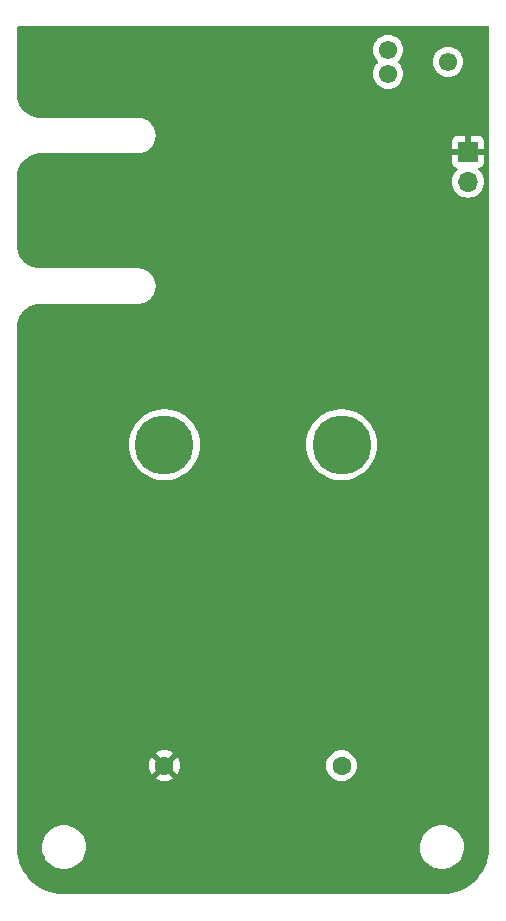
<source format=gbr>
%TF.GenerationSoftware,KiCad,Pcbnew,7.0.6*%
%TF.CreationDate,2023-11-18T03:16:50+01:00*%
%TF.ProjectId,LoRa_Sensor,4c6f5261-5f53-4656-9e73-6f722e6b6963,rev?*%
%TF.SameCoordinates,Original*%
%TF.FileFunction,Copper,L2,Bot*%
%TF.FilePolarity,Positive*%
%FSLAX46Y46*%
G04 Gerber Fmt 4.6, Leading zero omitted, Abs format (unit mm)*
G04 Created by KiCad (PCBNEW 7.0.6) date 2023-11-18 03:16:50*
%MOMM*%
%LPD*%
G01*
G04 APERTURE LIST*
%TA.AperFunction,ComponentPad*%
%ADD10C,1.550000*%
%TD*%
%TA.AperFunction,ComponentPad*%
%ADD11R,1.700000X1.700000*%
%TD*%
%TA.AperFunction,ComponentPad*%
%ADD12O,1.700000X1.700000*%
%TD*%
%TA.AperFunction,ComponentPad*%
%ADD13C,1.600000*%
%TD*%
%TA.AperFunction,ComponentPad*%
%ADD14C,5.000000*%
%TD*%
%TA.AperFunction,ViaPad*%
%ADD15C,0.800000*%
%TD*%
G04 APERTURE END LIST*
D10*
%TO.P,J2,7,7*%
%TO.N,unconnected-(J2-Pad7)*%
X126520000Y-57516000D03*
%TO.P,J2,8,8*%
%TO.N,unconnected-(J2-Pad8)*%
X121440000Y-56500000D03*
%TO.P,J2,9,9*%
%TO.N,unconnected-(J2-Pad9)*%
X121440000Y-58532000D03*
%TD*%
D11*
%TO.P,J1,1,Pin_1*%
%TO.N,GND*%
X128200000Y-65125000D03*
D12*
%TO.P,J1,2,Pin_2*%
%TO.N,+BATT*%
X128200000Y-67665000D03*
%TD*%
D13*
%TO.P,U2,1,+*%
%TO.N,+BATT*%
X117495000Y-117100000D03*
%TO.P,U2,2,-*%
%TO.N,GND*%
X102505000Y-117100000D03*
D14*
%TO.P,U2,3,3*%
%TO.N,unconnected-(U2-Pad3)*%
X102505000Y-89920000D03*
%TO.P,U2,4,4*%
%TO.N,unconnected-(U2-Pad4)*%
X117495000Y-89920000D03*
%TD*%
D15*
%TO.N,GND*%
X94250000Y-73250000D03*
X115000000Y-57000000D03*
X110500000Y-82000000D03*
X114000000Y-57000000D03*
X114000000Y-55000000D03*
X122212500Y-107000000D03*
X116250000Y-70500000D03*
X105750000Y-76000000D03*
X114750000Y-76000000D03*
X105750000Y-64000000D03*
X116000000Y-57000000D03*
X123250000Y-55250000D03*
X116000000Y-56000000D03*
X114000000Y-56000000D03*
X115000000Y-55000000D03*
X115000000Y-56000000D03*
X122212500Y-92000000D03*
X106750000Y-82250000D03*
X104750000Y-76000000D03*
X97500000Y-71250000D03*
X93000000Y-67800000D03*
X112000000Y-82000000D03*
X116000000Y-55000000D03*
X122250000Y-97000000D03*
X122250000Y-102000000D03*
%TD*%
%TA.AperFunction,Conductor*%
%TO.N,GND*%
G36*
X129942539Y-54519685D02*
G01*
X129988294Y-54572489D01*
X129999500Y-54624000D01*
X129999500Y-123998560D01*
X129999434Y-124001424D01*
X129991512Y-124172761D01*
X129981697Y-124372539D01*
X129981177Y-124378065D01*
X129955337Y-124563310D01*
X129927672Y-124749809D01*
X129926696Y-124754908D01*
X129883317Y-124939345D01*
X129838018Y-125120186D01*
X129836662Y-125124825D01*
X129776093Y-125305540D01*
X129713557Y-125480314D01*
X129711899Y-125484470D01*
X129634638Y-125659452D01*
X129555410Y-125826964D01*
X129553527Y-125830627D01*
X129460221Y-125998142D01*
X129365032Y-126156954D01*
X129363002Y-126160118D01*
X129254437Y-126318608D01*
X129144121Y-126467350D01*
X129142021Y-126470025D01*
X129019132Y-126618016D01*
X128894695Y-126755310D01*
X128892596Y-126757514D01*
X128757514Y-126892596D01*
X128755310Y-126894695D01*
X128618016Y-127019132D01*
X128470025Y-127142021D01*
X128467350Y-127144121D01*
X128318608Y-127254437D01*
X128160118Y-127363002D01*
X128156954Y-127365032D01*
X127998142Y-127460221D01*
X127830627Y-127553527D01*
X127826964Y-127555410D01*
X127659452Y-127634638D01*
X127484470Y-127711899D01*
X127480314Y-127713557D01*
X127305540Y-127776093D01*
X127124825Y-127836662D01*
X127120186Y-127838018D01*
X126939345Y-127883317D01*
X126754908Y-127926696D01*
X126749809Y-127927672D01*
X126563310Y-127955337D01*
X126378065Y-127981177D01*
X126372539Y-127981697D01*
X126172761Y-127991512D01*
X126001424Y-127999434D01*
X125998560Y-127999500D01*
X94001440Y-127999500D01*
X93998576Y-127999434D01*
X93827238Y-127991512D01*
X93627459Y-127981697D01*
X93621933Y-127981177D01*
X93436689Y-127955337D01*
X93250189Y-127927672D01*
X93245090Y-127926696D01*
X93060654Y-127883317D01*
X92879812Y-127838018D01*
X92875173Y-127836662D01*
X92694459Y-127776093D01*
X92519685Y-127713558D01*
X92515527Y-127711899D01*
X92340547Y-127634638D01*
X92173034Y-127555410D01*
X92169371Y-127553527D01*
X92001857Y-127460221D01*
X91843044Y-127365032D01*
X91839879Y-127363002D01*
X91730371Y-127287989D01*
X91681392Y-127254437D01*
X91532632Y-127144109D01*
X91529989Y-127142034D01*
X91381980Y-127019129D01*
X91244688Y-126894695D01*
X91242484Y-126892596D01*
X91107402Y-126757514D01*
X91105314Y-126755321D01*
X90980867Y-126618016D01*
X90857957Y-126470001D01*
X90855897Y-126467377D01*
X90745559Y-126318603D01*
X90636995Y-126160118D01*
X90634966Y-126156954D01*
X90539778Y-125998142D01*
X90512261Y-125948740D01*
X90446457Y-125830601D01*
X90444588Y-125826964D01*
X90420852Y-125776779D01*
X90365370Y-125659474D01*
X90288100Y-125484471D01*
X90286450Y-125480339D01*
X90223906Y-125305540D01*
X90163327Y-125124797D01*
X90161989Y-125120221D01*
X90116675Y-124939315D01*
X90111402Y-124916895D01*
X90073294Y-124754871D01*
X90072329Y-124749828D01*
X90044662Y-124563310D01*
X90018819Y-124378048D01*
X90018302Y-124372549D01*
X90008487Y-124172761D01*
X90003633Y-124067763D01*
X92145787Y-124067763D01*
X92175413Y-124337013D01*
X92175415Y-124337024D01*
X92234564Y-124563270D01*
X92243928Y-124599088D01*
X92349870Y-124848390D01*
X92421998Y-124966575D01*
X92490979Y-125079605D01*
X92490986Y-125079615D01*
X92664253Y-125287819D01*
X92664259Y-125287824D01*
X92769240Y-125381887D01*
X92865998Y-125468582D01*
X93091910Y-125618044D01*
X93337176Y-125733020D01*
X93337183Y-125733022D01*
X93337185Y-125733023D01*
X93596557Y-125811057D01*
X93596564Y-125811058D01*
X93596569Y-125811060D01*
X93864561Y-125850500D01*
X93864566Y-125850500D01*
X94067636Y-125850500D01*
X94119133Y-125846730D01*
X94270156Y-125835677D01*
X94382758Y-125810593D01*
X94534546Y-125776782D01*
X94534548Y-125776781D01*
X94534553Y-125776780D01*
X94787558Y-125680014D01*
X95023777Y-125547441D01*
X95238177Y-125381888D01*
X95426186Y-125186881D01*
X95583799Y-124966579D01*
X95692626Y-124754909D01*
X95707649Y-124725690D01*
X95707651Y-124725684D01*
X95707656Y-124725675D01*
X95795118Y-124469305D01*
X95844319Y-124202933D01*
X95849259Y-124067763D01*
X124145787Y-124067763D01*
X124175413Y-124337013D01*
X124175415Y-124337024D01*
X124234564Y-124563270D01*
X124243928Y-124599088D01*
X124349870Y-124848390D01*
X124421998Y-124966575D01*
X124490979Y-125079605D01*
X124490986Y-125079615D01*
X124664253Y-125287819D01*
X124664259Y-125287824D01*
X124769240Y-125381887D01*
X124865998Y-125468582D01*
X125091910Y-125618044D01*
X125337176Y-125733020D01*
X125337183Y-125733022D01*
X125337185Y-125733023D01*
X125596557Y-125811057D01*
X125596564Y-125811058D01*
X125596569Y-125811060D01*
X125864561Y-125850500D01*
X125864566Y-125850500D01*
X126067636Y-125850500D01*
X126119133Y-125846730D01*
X126270156Y-125835677D01*
X126382758Y-125810593D01*
X126534546Y-125776782D01*
X126534548Y-125776781D01*
X126534553Y-125776780D01*
X126787558Y-125680014D01*
X127023777Y-125547441D01*
X127238177Y-125381888D01*
X127426186Y-125186881D01*
X127583799Y-124966579D01*
X127692626Y-124754909D01*
X127707649Y-124725690D01*
X127707651Y-124725684D01*
X127707656Y-124725675D01*
X127795118Y-124469305D01*
X127844319Y-124202933D01*
X127854212Y-123932235D01*
X127824586Y-123662982D01*
X127756072Y-123400912D01*
X127650130Y-123151610D01*
X127509018Y-122920390D01*
X127419747Y-122813119D01*
X127335746Y-122712180D01*
X127335740Y-122712175D01*
X127134002Y-122531418D01*
X126908092Y-122381957D01*
X126908090Y-122381956D01*
X126662824Y-122266980D01*
X126662819Y-122266978D01*
X126662814Y-122266976D01*
X126403442Y-122188942D01*
X126403428Y-122188939D01*
X126287791Y-122171921D01*
X126135439Y-122149500D01*
X125932369Y-122149500D01*
X125932364Y-122149500D01*
X125729844Y-122164323D01*
X125729831Y-122164325D01*
X125465453Y-122223217D01*
X125465446Y-122223220D01*
X125212439Y-122319987D01*
X124976226Y-122452557D01*
X124761822Y-122618112D01*
X124573822Y-122813109D01*
X124573816Y-122813116D01*
X124416202Y-123033419D01*
X124416199Y-123033424D01*
X124292350Y-123274309D01*
X124292343Y-123274327D01*
X124204884Y-123530685D01*
X124204881Y-123530699D01*
X124155681Y-123797068D01*
X124155680Y-123797075D01*
X124145787Y-124067763D01*
X95849259Y-124067763D01*
X95854212Y-123932235D01*
X95824586Y-123662982D01*
X95756072Y-123400912D01*
X95650130Y-123151610D01*
X95509018Y-122920390D01*
X95419747Y-122813119D01*
X95335746Y-122712180D01*
X95335740Y-122712175D01*
X95134002Y-122531418D01*
X94908092Y-122381957D01*
X94908090Y-122381956D01*
X94662824Y-122266980D01*
X94662819Y-122266978D01*
X94662814Y-122266976D01*
X94403442Y-122188942D01*
X94403428Y-122188939D01*
X94287791Y-122171921D01*
X94135439Y-122149500D01*
X93932369Y-122149500D01*
X93932364Y-122149500D01*
X93729844Y-122164323D01*
X93729831Y-122164325D01*
X93465453Y-122223217D01*
X93465446Y-122223220D01*
X93212439Y-122319987D01*
X92976226Y-122452557D01*
X92761822Y-122618112D01*
X92573822Y-122813109D01*
X92573816Y-122813116D01*
X92416202Y-123033419D01*
X92416199Y-123033424D01*
X92292350Y-123274309D01*
X92292343Y-123274327D01*
X92204884Y-123530685D01*
X92204881Y-123530699D01*
X92155681Y-123797068D01*
X92155680Y-123797075D01*
X92145787Y-124067763D01*
X90003633Y-124067763D01*
X90000566Y-124001423D01*
X90000500Y-123998560D01*
X90000500Y-117100002D01*
X101200034Y-117100002D01*
X101219858Y-117326599D01*
X101219860Y-117326610D01*
X101278730Y-117546317D01*
X101278734Y-117546326D01*
X101374865Y-117752481D01*
X101374866Y-117752483D01*
X101425973Y-117825471D01*
X101425973Y-117825472D01*
X102013866Y-117237578D01*
X102036318Y-117314040D01*
X102115605Y-117437413D01*
X102226438Y-117533451D01*
X102359839Y-117594373D01*
X102363633Y-117594918D01*
X101779526Y-118179025D01*
X101779526Y-118179026D01*
X101852512Y-118230131D01*
X101852516Y-118230133D01*
X102058673Y-118326265D01*
X102058682Y-118326269D01*
X102278389Y-118385139D01*
X102278400Y-118385141D01*
X102504998Y-118404966D01*
X102505002Y-118404966D01*
X102731599Y-118385141D01*
X102731610Y-118385139D01*
X102951317Y-118326269D01*
X102951331Y-118326264D01*
X103157478Y-118230136D01*
X103230472Y-118179025D01*
X102646366Y-117594918D01*
X102650161Y-117594373D01*
X102783562Y-117533451D01*
X102894395Y-117437413D01*
X102973682Y-117314040D01*
X102996133Y-117237580D01*
X103584025Y-117825472D01*
X103635136Y-117752478D01*
X103731264Y-117546331D01*
X103731269Y-117546317D01*
X103790139Y-117326610D01*
X103790141Y-117326599D01*
X103809966Y-117100002D01*
X103809966Y-117100001D01*
X116189532Y-117100001D01*
X116209364Y-117326686D01*
X116209366Y-117326697D01*
X116268258Y-117546488D01*
X116268261Y-117546497D01*
X116364431Y-117752732D01*
X116364432Y-117752734D01*
X116494954Y-117939141D01*
X116655858Y-118100045D01*
X116655861Y-118100047D01*
X116842266Y-118230568D01*
X117048504Y-118326739D01*
X117268308Y-118385635D01*
X117430230Y-118399801D01*
X117494998Y-118405468D01*
X117495000Y-118405468D01*
X117495002Y-118405468D01*
X117551673Y-118400509D01*
X117721692Y-118385635D01*
X117941496Y-118326739D01*
X118147734Y-118230568D01*
X118334139Y-118100047D01*
X118495047Y-117939139D01*
X118625568Y-117752734D01*
X118721739Y-117546496D01*
X118780635Y-117326692D01*
X118800468Y-117100000D01*
X118780635Y-116873308D01*
X118721739Y-116653504D01*
X118625568Y-116447266D01*
X118495047Y-116260861D01*
X118495045Y-116260858D01*
X118334141Y-116099954D01*
X118147734Y-115969432D01*
X118147732Y-115969431D01*
X117941497Y-115873261D01*
X117941488Y-115873258D01*
X117721697Y-115814366D01*
X117721693Y-115814365D01*
X117721692Y-115814365D01*
X117721691Y-115814364D01*
X117721686Y-115814364D01*
X117495002Y-115794532D01*
X117494998Y-115794532D01*
X117268313Y-115814364D01*
X117268302Y-115814366D01*
X117048511Y-115873258D01*
X117048502Y-115873261D01*
X116842267Y-115969431D01*
X116842265Y-115969432D01*
X116655858Y-116099954D01*
X116494954Y-116260858D01*
X116364432Y-116447265D01*
X116364431Y-116447267D01*
X116268261Y-116653502D01*
X116268258Y-116653511D01*
X116209366Y-116873302D01*
X116209364Y-116873313D01*
X116189532Y-117099998D01*
X116189532Y-117100001D01*
X103809966Y-117100001D01*
X103809966Y-117099997D01*
X103790141Y-116873400D01*
X103790139Y-116873389D01*
X103731269Y-116653682D01*
X103731265Y-116653673D01*
X103635133Y-116447516D01*
X103635131Y-116447512D01*
X103584026Y-116374526D01*
X103584025Y-116374526D01*
X102996132Y-116962418D01*
X102973682Y-116885960D01*
X102894395Y-116762587D01*
X102783562Y-116666549D01*
X102650161Y-116605627D01*
X102646365Y-116605081D01*
X103230472Y-116020974D01*
X103230471Y-116020973D01*
X103157483Y-115969866D01*
X103157481Y-115969865D01*
X102951326Y-115873734D01*
X102951317Y-115873730D01*
X102731610Y-115814860D01*
X102731599Y-115814858D01*
X102505002Y-115795034D01*
X102504998Y-115795034D01*
X102278400Y-115814858D01*
X102278389Y-115814860D01*
X102058682Y-115873730D01*
X102058673Y-115873734D01*
X101852513Y-115969868D01*
X101779527Y-116020972D01*
X101779526Y-116020973D01*
X102363635Y-116605081D01*
X102359839Y-116605627D01*
X102226438Y-116666549D01*
X102115605Y-116762587D01*
X102036318Y-116885960D01*
X102013867Y-116962419D01*
X101425973Y-116374526D01*
X101374868Y-116447513D01*
X101278734Y-116653673D01*
X101278730Y-116653682D01*
X101219860Y-116873389D01*
X101219858Y-116873400D01*
X101200034Y-117099997D01*
X101200034Y-117100002D01*
X90000500Y-117100002D01*
X90000500Y-89920003D01*
X99499415Y-89920003D01*
X99519738Y-90268927D01*
X99519739Y-90268938D01*
X99580428Y-90613127D01*
X99580430Y-90613134D01*
X99680674Y-90947972D01*
X99819107Y-91268895D01*
X99819113Y-91268908D01*
X99993870Y-91571597D01*
X100202584Y-91851949D01*
X100202589Y-91851955D01*
X100326463Y-91983253D01*
X100442442Y-92106183D01*
X100618903Y-92254251D01*
X100710186Y-92330847D01*
X100710194Y-92330853D01*
X101002203Y-92522911D01*
X101002207Y-92522913D01*
X101314549Y-92679777D01*
X101642989Y-92799319D01*
X101983086Y-92879923D01*
X102330241Y-92920500D01*
X102330248Y-92920500D01*
X102679752Y-92920500D01*
X102679759Y-92920500D01*
X103026914Y-92879923D01*
X103367011Y-92799319D01*
X103695451Y-92679777D01*
X104007793Y-92522913D01*
X104299811Y-92330849D01*
X104567558Y-92106183D01*
X104807412Y-91851953D01*
X105016130Y-91571596D01*
X105190889Y-91268904D01*
X105329326Y-90947971D01*
X105429569Y-90613136D01*
X105490262Y-90268927D01*
X105510585Y-89920003D01*
X114489415Y-89920003D01*
X114509738Y-90268927D01*
X114509739Y-90268938D01*
X114570428Y-90613127D01*
X114570430Y-90613134D01*
X114670674Y-90947972D01*
X114809107Y-91268895D01*
X114809113Y-91268908D01*
X114983870Y-91571597D01*
X115192584Y-91851949D01*
X115192589Y-91851955D01*
X115316463Y-91983253D01*
X115432442Y-92106183D01*
X115608903Y-92254251D01*
X115700186Y-92330847D01*
X115700194Y-92330853D01*
X115992203Y-92522911D01*
X115992207Y-92522913D01*
X116304549Y-92679777D01*
X116632989Y-92799319D01*
X116973086Y-92879923D01*
X117320241Y-92920500D01*
X117320248Y-92920500D01*
X117669752Y-92920500D01*
X117669759Y-92920500D01*
X118016914Y-92879923D01*
X118357011Y-92799319D01*
X118685451Y-92679777D01*
X118997793Y-92522913D01*
X119289811Y-92330849D01*
X119557558Y-92106183D01*
X119797412Y-91851953D01*
X120006130Y-91571596D01*
X120180889Y-91268904D01*
X120319326Y-90947971D01*
X120419569Y-90613136D01*
X120480262Y-90268927D01*
X120500585Y-89920000D01*
X120480262Y-89571073D01*
X120480260Y-89571061D01*
X120419571Y-89226872D01*
X120419569Y-89226865D01*
X120319325Y-88892027D01*
X120180892Y-88571104D01*
X120180889Y-88571096D01*
X120006130Y-88268404D01*
X120006129Y-88268402D01*
X119797415Y-87988050D01*
X119797410Y-87988044D01*
X119681433Y-87865117D01*
X119557558Y-87733817D01*
X119409488Y-87609572D01*
X119289813Y-87509152D01*
X119289805Y-87509146D01*
X118997796Y-87317088D01*
X118685458Y-87160226D01*
X118685452Y-87160223D01*
X118357012Y-87040681D01*
X118357009Y-87040680D01*
X118016915Y-86960077D01*
X117973519Y-86955004D01*
X117669759Y-86919500D01*
X117320241Y-86919500D01*
X117016480Y-86955004D01*
X116973085Y-86960077D01*
X116973083Y-86960077D01*
X116632990Y-87040680D01*
X116632987Y-87040681D01*
X116304547Y-87160223D01*
X116304541Y-87160226D01*
X115992203Y-87317088D01*
X115700194Y-87509146D01*
X115700186Y-87509152D01*
X115432442Y-87733817D01*
X115432440Y-87733819D01*
X115192589Y-87988044D01*
X115192584Y-87988050D01*
X114983870Y-88268402D01*
X114809113Y-88571091D01*
X114809107Y-88571104D01*
X114670674Y-88892027D01*
X114570430Y-89226865D01*
X114570428Y-89226872D01*
X114509739Y-89571061D01*
X114509738Y-89571072D01*
X114489415Y-89919996D01*
X114489415Y-89920003D01*
X105510585Y-89920003D01*
X105510585Y-89920000D01*
X105490262Y-89571073D01*
X105490260Y-89571061D01*
X105429571Y-89226872D01*
X105429569Y-89226865D01*
X105329325Y-88892027D01*
X105190892Y-88571104D01*
X105190889Y-88571096D01*
X105016130Y-88268404D01*
X105016129Y-88268402D01*
X104807415Y-87988050D01*
X104807410Y-87988044D01*
X104691433Y-87865117D01*
X104567558Y-87733817D01*
X104419488Y-87609572D01*
X104299813Y-87509152D01*
X104299805Y-87509146D01*
X104007796Y-87317088D01*
X103695458Y-87160226D01*
X103695452Y-87160223D01*
X103367012Y-87040681D01*
X103367009Y-87040680D01*
X103026915Y-86960077D01*
X102983519Y-86955004D01*
X102679759Y-86919500D01*
X102330241Y-86919500D01*
X102026480Y-86955004D01*
X101983085Y-86960077D01*
X101983083Y-86960077D01*
X101642990Y-87040680D01*
X101642987Y-87040681D01*
X101314547Y-87160223D01*
X101314541Y-87160226D01*
X101002203Y-87317088D01*
X100710194Y-87509146D01*
X100710186Y-87509152D01*
X100442442Y-87733817D01*
X100442440Y-87733819D01*
X100202589Y-87988044D01*
X100202584Y-87988050D01*
X99993870Y-88268402D01*
X99819113Y-88571091D01*
X99819107Y-88571104D01*
X99680674Y-88892027D01*
X99580430Y-89226865D01*
X99580428Y-89226872D01*
X99519739Y-89571061D01*
X99519738Y-89571072D01*
X99499415Y-89919996D01*
X99499415Y-89920003D01*
X90000500Y-89920003D01*
X90000500Y-80002035D01*
X90000633Y-79997980D01*
X90002393Y-79971103D01*
X90005989Y-79916244D01*
X90018986Y-79734536D01*
X90020014Y-79726903D01*
X90043153Y-79610579D01*
X90044118Y-79606141D01*
X90074533Y-79466323D01*
X90076392Y-79459625D01*
X90116815Y-79340543D01*
X90166159Y-79208251D01*
X90168633Y-79202520D01*
X90225583Y-79087036D01*
X90292179Y-78965076D01*
X90295019Y-78960384D01*
X90366563Y-78853311D01*
X90368428Y-78850676D01*
X90450291Y-78741321D01*
X90453244Y-78737678D01*
X90538503Y-78640459D01*
X90541198Y-78637581D01*
X90637581Y-78541198D01*
X90640459Y-78538503D01*
X90737678Y-78453244D01*
X90741321Y-78450291D01*
X90850676Y-78368428D01*
X90853311Y-78366563D01*
X90960384Y-78295019D01*
X90965076Y-78292179D01*
X91087036Y-78225583D01*
X91202520Y-78168633D01*
X91208251Y-78166159D01*
X91340543Y-78116815D01*
X91459625Y-78076392D01*
X91466323Y-78074533D01*
X91610548Y-78043158D01*
X91726903Y-78020014D01*
X91734536Y-78018986D01*
X91916244Y-78005989D01*
X91969211Y-78002517D01*
X91997981Y-78000633D01*
X92002036Y-78000500D01*
X100368097Y-78000500D01*
X100601368Y-77963553D01*
X100732932Y-77920804D01*
X100733011Y-77920802D01*
X100733434Y-77920642D01*
X100825992Y-77890568D01*
X100955244Y-77824710D01*
X100955980Y-77824572D01*
X100959374Y-77822606D01*
X100977560Y-77813340D01*
X100980794Y-77811808D01*
X101029989Y-77790229D01*
X101039120Y-77781390D01*
X101159225Y-77694128D01*
X101160541Y-77693659D01*
X101165803Y-77689349D01*
X101192403Y-77670023D01*
X101194898Y-77668304D01*
X101227396Y-77647072D01*
X101234658Y-77637368D01*
X101339600Y-77532426D01*
X101341581Y-77531344D01*
X101342374Y-77530327D01*
X101347450Y-77524576D01*
X101385302Y-77486724D01*
X101399105Y-77474018D01*
X101404445Y-77463844D01*
X101491655Y-77343810D01*
X101494116Y-77341912D01*
X101495321Y-77339687D01*
X101499689Y-77332753D01*
X101533343Y-77286433D01*
X101533351Y-77286416D01*
X101535750Y-77282504D01*
X101539692Y-77276811D01*
X101540645Y-77275586D01*
X101544083Y-77265353D01*
X101611429Y-77133179D01*
X101614121Y-77130329D01*
X101615263Y-77127004D01*
X101618663Y-77118982D01*
X101640568Y-77075992D01*
X101640888Y-77075005D01*
X101648123Y-77058130D01*
X101649969Y-77047058D01*
X101695801Y-76906002D01*
X101698481Y-76902081D01*
X101702757Y-76884596D01*
X101713550Y-76851378D01*
X101713550Y-76851376D01*
X101713553Y-76851368D01*
X101715006Y-76842193D01*
X101719309Y-76824897D01*
X101719371Y-76814633D01*
X101742570Y-76668160D01*
X101744882Y-76663280D01*
X101746404Y-76643958D01*
X101750500Y-76618097D01*
X101750500Y-76600445D01*
X101751917Y-76583330D01*
X101750500Y-76574144D01*
X101750500Y-76425854D01*
X101752205Y-76420047D01*
X101752191Y-76419963D01*
X101750500Y-76399553D01*
X101750500Y-76381902D01*
X101746404Y-76356041D01*
X101745120Y-76339738D01*
X101742570Y-76331838D01*
X101719371Y-76185365D01*
X101720225Y-76178750D01*
X101720197Y-76178666D01*
X101715006Y-76157806D01*
X101713553Y-76148632D01*
X101702756Y-76115402D01*
X101699110Y-76100490D01*
X101695800Y-76093995D01*
X101649968Y-75952940D01*
X101649761Y-75945687D01*
X101640885Y-75924985D01*
X101640568Y-75924008D01*
X101618666Y-75881022D01*
X101615264Y-75872996D01*
X101614666Y-75871254D01*
X101611428Y-75866818D01*
X101544083Y-75734646D01*
X101542643Y-75726979D01*
X101539691Y-75723186D01*
X101535751Y-75717497D01*
X101533340Y-75713562D01*
X101499703Y-75667266D01*
X101495329Y-75660322D01*
X101494756Y-75659264D01*
X101491656Y-75656190D01*
X101404444Y-75536154D01*
X101401650Y-75528323D01*
X101385286Y-75513259D01*
X101347462Y-75475435D01*
X101342379Y-75469678D01*
X101342179Y-75469421D01*
X101339597Y-75467570D01*
X101234660Y-75362633D01*
X101230448Y-75354920D01*
X101194886Y-75331685D01*
X101192355Y-75329941D01*
X101165822Y-75310664D01*
X101161125Y-75306818D01*
X101159224Y-75305869D01*
X101039123Y-75218611D01*
X101033486Y-75211301D01*
X100980770Y-75188178D01*
X100977525Y-75186642D01*
X100959401Y-75177407D01*
X100956334Y-75175630D01*
X100955244Y-75175289D01*
X100825997Y-75109434D01*
X100825994Y-75109433D01*
X100825992Y-75109432D01*
X100796639Y-75099894D01*
X100733455Y-75079364D01*
X100733055Y-75079212D01*
X100732932Y-75079194D01*
X100601370Y-75036447D01*
X100368097Y-74999500D01*
X100368092Y-74999500D01*
X100250099Y-74999500D01*
X92002024Y-74999500D01*
X91997974Y-74999367D01*
X91959954Y-74996875D01*
X91916350Y-74994017D01*
X91734560Y-74981015D01*
X91726880Y-74979980D01*
X91610579Y-74956846D01*
X91466352Y-74925472D01*
X91459596Y-74923597D01*
X91427881Y-74912831D01*
X91340578Y-74883196D01*
X91305768Y-74870212D01*
X91208257Y-74833841D01*
X91202499Y-74831355D01*
X91087047Y-74774421D01*
X90965091Y-74707828D01*
X90960357Y-74704962D01*
X90853349Y-74633461D01*
X90850639Y-74631543D01*
X90810592Y-74601564D01*
X90741353Y-74549732D01*
X90737648Y-74546729D01*
X90640492Y-74461526D01*
X90637549Y-74458769D01*
X90541228Y-74362448D01*
X90538469Y-74359502D01*
X90505450Y-74321851D01*
X90453265Y-74262345D01*
X90450271Y-74258652D01*
X90368454Y-74149358D01*
X90366537Y-74146649D01*
X90295036Y-74039641D01*
X90292170Y-74034906D01*
X90225578Y-73912952D01*
X90168643Y-73797499D01*
X90166157Y-73791741D01*
X90153076Y-73756671D01*
X90116809Y-73659437D01*
X90076395Y-73540383D01*
X90074531Y-73533666D01*
X90043153Y-73389420D01*
X90038641Y-73366738D01*
X90020015Y-73273100D01*
X90018985Y-73265459D01*
X90005986Y-73083708D01*
X90002938Y-73037198D01*
X90000633Y-73002019D01*
X90000500Y-72997964D01*
X90000500Y-67665000D01*
X126844341Y-67665000D01*
X126864936Y-67900403D01*
X126864938Y-67900413D01*
X126926094Y-68128655D01*
X126926096Y-68128659D01*
X126926097Y-68128663D01*
X127025964Y-68342829D01*
X127025965Y-68342830D01*
X127025967Y-68342834D01*
X127134281Y-68497521D01*
X127161505Y-68536401D01*
X127328599Y-68703495D01*
X127425384Y-68771264D01*
X127522165Y-68839032D01*
X127522167Y-68839033D01*
X127522170Y-68839035D01*
X127736337Y-68938903D01*
X127964592Y-69000063D01*
X128152918Y-69016539D01*
X128199999Y-69020659D01*
X128200000Y-69020659D01*
X128200001Y-69020659D01*
X128239234Y-69017226D01*
X128435408Y-69000063D01*
X128663663Y-68938903D01*
X128877830Y-68839035D01*
X129071401Y-68703495D01*
X129238495Y-68536401D01*
X129374035Y-68342830D01*
X129473903Y-68128663D01*
X129535063Y-67900408D01*
X129555659Y-67665000D01*
X129535063Y-67429592D01*
X129473903Y-67201337D01*
X129374035Y-66987171D01*
X129366828Y-66976879D01*
X129238496Y-66793600D01*
X129177387Y-66732491D01*
X129116179Y-66671283D01*
X129082696Y-66609963D01*
X129087680Y-66540271D01*
X129129551Y-66484337D01*
X129160529Y-66467422D01*
X129292086Y-66418354D01*
X129292093Y-66418350D01*
X129407187Y-66332190D01*
X129407190Y-66332187D01*
X129493350Y-66217093D01*
X129493354Y-66217086D01*
X129543596Y-66082379D01*
X129543598Y-66082372D01*
X129549999Y-66022844D01*
X129550000Y-66022827D01*
X129550000Y-65375000D01*
X128633686Y-65375000D01*
X128659493Y-65334844D01*
X128700000Y-65196889D01*
X128700000Y-65053111D01*
X128659493Y-64915156D01*
X128633686Y-64875000D01*
X129550000Y-64875000D01*
X129550000Y-64227172D01*
X129549999Y-64227155D01*
X129543598Y-64167627D01*
X129543596Y-64167620D01*
X129493354Y-64032913D01*
X129493350Y-64032906D01*
X129407190Y-63917812D01*
X129407187Y-63917809D01*
X129292093Y-63831649D01*
X129292086Y-63831645D01*
X129157379Y-63781403D01*
X129157372Y-63781401D01*
X129097844Y-63775000D01*
X128450000Y-63775000D01*
X128449999Y-64689498D01*
X128342315Y-64640320D01*
X128235763Y-64625000D01*
X128164237Y-64625000D01*
X128057685Y-64640320D01*
X127950000Y-64689498D01*
X127950000Y-63775000D01*
X127302155Y-63775000D01*
X127242627Y-63781401D01*
X127242620Y-63781403D01*
X127107913Y-63831645D01*
X127107906Y-63831649D01*
X126992812Y-63917809D01*
X126992809Y-63917812D01*
X126906649Y-64032906D01*
X126906645Y-64032913D01*
X126856403Y-64167620D01*
X126856401Y-64167627D01*
X126850000Y-64227155D01*
X126850000Y-64227172D01*
X126849999Y-64874999D01*
X126850000Y-64875000D01*
X127766314Y-64875000D01*
X127740507Y-64915156D01*
X127700000Y-65053111D01*
X127700000Y-65196889D01*
X127740507Y-65334844D01*
X127766314Y-65375000D01*
X126850000Y-65375000D01*
X126850000Y-66022844D01*
X126856401Y-66082372D01*
X126856403Y-66082379D01*
X126906645Y-66217086D01*
X126906649Y-66217093D01*
X126992809Y-66332187D01*
X126992812Y-66332190D01*
X127107906Y-66418350D01*
X127107913Y-66418354D01*
X127239470Y-66467421D01*
X127295403Y-66509292D01*
X127319821Y-66574756D01*
X127304970Y-66643029D01*
X127283819Y-66671284D01*
X127161503Y-66793600D01*
X127025965Y-66987169D01*
X127025964Y-66987171D01*
X126926098Y-67201335D01*
X126926094Y-67201344D01*
X126864938Y-67429586D01*
X126864936Y-67429596D01*
X126844341Y-67664999D01*
X126844341Y-67665000D01*
X90000500Y-67665000D01*
X90000500Y-67252036D01*
X90000633Y-67247981D01*
X90005982Y-67166360D01*
X90018986Y-66984536D01*
X90020014Y-66976903D01*
X90043153Y-66860579D01*
X90057723Y-66793600D01*
X90074533Y-66716323D01*
X90076392Y-66709625D01*
X90116815Y-66590543D01*
X90166159Y-66458251D01*
X90168633Y-66452520D01*
X90225583Y-66337036D01*
X90292179Y-66215076D01*
X90295019Y-66210384D01*
X90366563Y-66103311D01*
X90368428Y-66100676D01*
X90450291Y-65991321D01*
X90453244Y-65987678D01*
X90538503Y-65890459D01*
X90541198Y-65887581D01*
X90637581Y-65791198D01*
X90640459Y-65788503D01*
X90737678Y-65703244D01*
X90741321Y-65700291D01*
X90850676Y-65618428D01*
X90853311Y-65616563D01*
X90960384Y-65545019D01*
X90965076Y-65542179D01*
X91087036Y-65475583D01*
X91202520Y-65418633D01*
X91208251Y-65416159D01*
X91340543Y-65366815D01*
X91459625Y-65326392D01*
X91466323Y-65324533D01*
X91610548Y-65293158D01*
X91726903Y-65270014D01*
X91734536Y-65268986D01*
X91916244Y-65255989D01*
X91969211Y-65252517D01*
X91997981Y-65250633D01*
X92002036Y-65250500D01*
X100368097Y-65250500D01*
X100601368Y-65213553D01*
X100601368Y-65213552D01*
X100732932Y-65170804D01*
X100733011Y-65170802D01*
X100733434Y-65170642D01*
X100825992Y-65140568D01*
X100955244Y-65074710D01*
X100955980Y-65074572D01*
X100959374Y-65072606D01*
X100977560Y-65063340D01*
X100980794Y-65061808D01*
X101029989Y-65040229D01*
X101039120Y-65031390D01*
X101159225Y-64944128D01*
X101160541Y-64943659D01*
X101165803Y-64939349D01*
X101192403Y-64920023D01*
X101194898Y-64918304D01*
X101227396Y-64897072D01*
X101234658Y-64887368D01*
X101339600Y-64782426D01*
X101341581Y-64781344D01*
X101342374Y-64780327D01*
X101347450Y-64774576D01*
X101385302Y-64736724D01*
X101399105Y-64724018D01*
X101404445Y-64713844D01*
X101491655Y-64593810D01*
X101494116Y-64591912D01*
X101495321Y-64589687D01*
X101499689Y-64582753D01*
X101533343Y-64536433D01*
X101533351Y-64536416D01*
X101535750Y-64532504D01*
X101539692Y-64526811D01*
X101540645Y-64525586D01*
X101544083Y-64515353D01*
X101611429Y-64383179D01*
X101614121Y-64380329D01*
X101615263Y-64377004D01*
X101618663Y-64368982D01*
X101640568Y-64325992D01*
X101640888Y-64325005D01*
X101648123Y-64308130D01*
X101649969Y-64297058D01*
X101695801Y-64156002D01*
X101698481Y-64152081D01*
X101702757Y-64134596D01*
X101713550Y-64101378D01*
X101713550Y-64101376D01*
X101713553Y-64101368D01*
X101715006Y-64092193D01*
X101719309Y-64074897D01*
X101719371Y-64064633D01*
X101742570Y-63918160D01*
X101744882Y-63913280D01*
X101746404Y-63893958D01*
X101750500Y-63868097D01*
X101750500Y-63850445D01*
X101751917Y-63833330D01*
X101750500Y-63824144D01*
X101750500Y-63675854D01*
X101752205Y-63670047D01*
X101752191Y-63669963D01*
X101750500Y-63649553D01*
X101750500Y-63631902D01*
X101746404Y-63606041D01*
X101745120Y-63589738D01*
X101742570Y-63581838D01*
X101719371Y-63435365D01*
X101720225Y-63428750D01*
X101720197Y-63428666D01*
X101715006Y-63407806D01*
X101713553Y-63398632D01*
X101702756Y-63365402D01*
X101699110Y-63350490D01*
X101695800Y-63343995D01*
X101649968Y-63202940D01*
X101649761Y-63195687D01*
X101640885Y-63174985D01*
X101640568Y-63174008D01*
X101618666Y-63131022D01*
X101615264Y-63122996D01*
X101614666Y-63121254D01*
X101611428Y-63116818D01*
X101544083Y-62984646D01*
X101542643Y-62976979D01*
X101539691Y-62973186D01*
X101535751Y-62967497D01*
X101533340Y-62963562D01*
X101499703Y-62917266D01*
X101495329Y-62910322D01*
X101494756Y-62909264D01*
X101491656Y-62906190D01*
X101404444Y-62786154D01*
X101401650Y-62778323D01*
X101385286Y-62763259D01*
X101347462Y-62725435D01*
X101342379Y-62719678D01*
X101342179Y-62719421D01*
X101339597Y-62717570D01*
X101234660Y-62612633D01*
X101230448Y-62604920D01*
X101194886Y-62581685D01*
X101192355Y-62579941D01*
X101165822Y-62560664D01*
X101161125Y-62556818D01*
X101159224Y-62555869D01*
X101039123Y-62468611D01*
X101033486Y-62461301D01*
X100980770Y-62438178D01*
X100977525Y-62436642D01*
X100959401Y-62427407D01*
X100956334Y-62425630D01*
X100955244Y-62425289D01*
X100825997Y-62359434D01*
X100825994Y-62359433D01*
X100825992Y-62359432D01*
X100796639Y-62349894D01*
X100733455Y-62329364D01*
X100733055Y-62329212D01*
X100732932Y-62329194D01*
X100601370Y-62286447D01*
X100368097Y-62249500D01*
X100368092Y-62249500D01*
X100250099Y-62249500D01*
X92002024Y-62249500D01*
X91997974Y-62249367D01*
X91959954Y-62246875D01*
X91916350Y-62244017D01*
X91734560Y-62231015D01*
X91726880Y-62229980D01*
X91610579Y-62206846D01*
X91466352Y-62175472D01*
X91459596Y-62173597D01*
X91427881Y-62162831D01*
X91340578Y-62133196D01*
X91305768Y-62120212D01*
X91208257Y-62083841D01*
X91202499Y-62081355D01*
X91087047Y-62024421D01*
X90965091Y-61957828D01*
X90960357Y-61954962D01*
X90853349Y-61883461D01*
X90850639Y-61881543D01*
X90810592Y-61851564D01*
X90741353Y-61799732D01*
X90737648Y-61796729D01*
X90640492Y-61711526D01*
X90637549Y-61708769D01*
X90541228Y-61612448D01*
X90538469Y-61609502D01*
X90505450Y-61571851D01*
X90453265Y-61512345D01*
X90450271Y-61508652D01*
X90368454Y-61399358D01*
X90366537Y-61396649D01*
X90295036Y-61289641D01*
X90292170Y-61284906D01*
X90225578Y-61162952D01*
X90168643Y-61047499D01*
X90166157Y-61041741D01*
X90153076Y-61006671D01*
X90116809Y-60909437D01*
X90076395Y-60790383D01*
X90074531Y-60783666D01*
X90043153Y-60639420D01*
X90038641Y-60616738D01*
X90020015Y-60523100D01*
X90018985Y-60515459D01*
X90005986Y-60333708D01*
X90002938Y-60287198D01*
X90000633Y-60252019D01*
X90000500Y-60247964D01*
X90000500Y-58532000D01*
X120159628Y-58532000D01*
X120179079Y-58754329D01*
X120179081Y-58754339D01*
X120236841Y-58969905D01*
X120236843Y-58969909D01*
X120236844Y-58969913D01*
X120331165Y-59172186D01*
X120459178Y-59355007D01*
X120616993Y-59512822D01*
X120799814Y-59640835D01*
X121002087Y-59735156D01*
X121217666Y-59792920D01*
X121395533Y-59808481D01*
X121439999Y-59812372D01*
X121440000Y-59812372D01*
X121440001Y-59812372D01*
X121477055Y-59809129D01*
X121662334Y-59792920D01*
X121877913Y-59735156D01*
X122080186Y-59640835D01*
X122263007Y-59512822D01*
X122420822Y-59355007D01*
X122548835Y-59172186D01*
X122643156Y-58969913D01*
X122700920Y-58754334D01*
X122720372Y-58532000D01*
X122700920Y-58309666D01*
X122643156Y-58094087D01*
X122548835Y-57891814D01*
X122420822Y-57708993D01*
X122315510Y-57603680D01*
X122282025Y-57542358D01*
X122283910Y-57516000D01*
X125239628Y-57516000D01*
X125259079Y-57738329D01*
X125259081Y-57738339D01*
X125316841Y-57953905D01*
X125316843Y-57953909D01*
X125316844Y-57953913D01*
X125411165Y-58156186D01*
X125539178Y-58339007D01*
X125696993Y-58496822D01*
X125879814Y-58624835D01*
X126082087Y-58719156D01*
X126297666Y-58776920D01*
X126475533Y-58792481D01*
X126519999Y-58796372D01*
X126520000Y-58796372D01*
X126520001Y-58796372D01*
X126557055Y-58793129D01*
X126742334Y-58776920D01*
X126957913Y-58719156D01*
X127160186Y-58624835D01*
X127343007Y-58496822D01*
X127500822Y-58339007D01*
X127628835Y-58156186D01*
X127723156Y-57953913D01*
X127780920Y-57738334D01*
X127800372Y-57516000D01*
X127780920Y-57293666D01*
X127723156Y-57078087D01*
X127628835Y-56875814D01*
X127500822Y-56692993D01*
X127343007Y-56535178D01*
X127160186Y-56407165D01*
X126957913Y-56312844D01*
X126957909Y-56312843D01*
X126957905Y-56312841D01*
X126742339Y-56255081D01*
X126742329Y-56255079D01*
X126520001Y-56235628D01*
X126519999Y-56235628D01*
X126297670Y-56255079D01*
X126297660Y-56255081D01*
X126082094Y-56312841D01*
X126082087Y-56312843D01*
X126082087Y-56312844D01*
X125879814Y-56407165D01*
X125696993Y-56535178D01*
X125696991Y-56535179D01*
X125696988Y-56535182D01*
X125539182Y-56692988D01*
X125539179Y-56692991D01*
X125539178Y-56692993D01*
X125518630Y-56722339D01*
X125411165Y-56875814D01*
X125316845Y-57078085D01*
X125316841Y-57078094D01*
X125259081Y-57293660D01*
X125259079Y-57293670D01*
X125239628Y-57515999D01*
X125239628Y-57516000D01*
X122283910Y-57516000D01*
X122287009Y-57472666D01*
X122315510Y-57428319D01*
X122315511Y-57428318D01*
X122420822Y-57323007D01*
X122548835Y-57140186D01*
X122643156Y-56937913D01*
X122700920Y-56722334D01*
X122720372Y-56500000D01*
X122700920Y-56277666D01*
X122643156Y-56062087D01*
X122548835Y-55859814D01*
X122420822Y-55676993D01*
X122263007Y-55519178D01*
X122080186Y-55391165D01*
X121877913Y-55296844D01*
X121877909Y-55296843D01*
X121877905Y-55296841D01*
X121662339Y-55239081D01*
X121662329Y-55239079D01*
X121440001Y-55219628D01*
X121439999Y-55219628D01*
X121217670Y-55239079D01*
X121217660Y-55239081D01*
X121002094Y-55296841D01*
X121002087Y-55296843D01*
X121002087Y-55296844D01*
X120799814Y-55391165D01*
X120616993Y-55519178D01*
X120616991Y-55519179D01*
X120616988Y-55519182D01*
X120459182Y-55676988D01*
X120331165Y-55859814D01*
X120236845Y-56062085D01*
X120236841Y-56062094D01*
X120179081Y-56277660D01*
X120179079Y-56277670D01*
X120159628Y-56499999D01*
X120159628Y-56500000D01*
X120179079Y-56722329D01*
X120179081Y-56722339D01*
X120236841Y-56937905D01*
X120236843Y-56937909D01*
X120236844Y-56937913D01*
X120331165Y-57140186D01*
X120459178Y-57323007D01*
X120459182Y-57323011D01*
X120564489Y-57428318D01*
X120597974Y-57489641D01*
X120592990Y-57559333D01*
X120564490Y-57603679D01*
X120459182Y-57708988D01*
X120459179Y-57708991D01*
X120459178Y-57708993D01*
X120438630Y-57738339D01*
X120331165Y-57891814D01*
X120236845Y-58094085D01*
X120236841Y-58094094D01*
X120179081Y-58309660D01*
X120179079Y-58309670D01*
X120159628Y-58531999D01*
X120159628Y-58532000D01*
X90000500Y-58532000D01*
X90000500Y-54624000D01*
X90020185Y-54556961D01*
X90072989Y-54511206D01*
X90124500Y-54500000D01*
X129875500Y-54500000D01*
X129942539Y-54519685D01*
G37*
%TD.AperFunction*%
%TD*%
M02*

</source>
